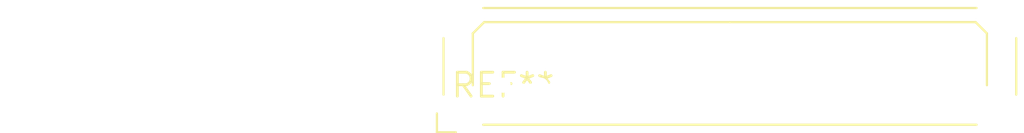
<source format=kicad_pcb>
(kicad_pcb (version 20240108) (generator pcbnew)
  (layers (0 "F.Cu" signal) (31 "B.Cu" signal) (34 "B.Paste" user) (35 "F.Paste" user) (36 "B.SilkS" user "B.Silkscreen") (37 "F.SilkS" user "F.Silkscreen") (38 "B.Mask" user) (39 "F.Mask" user) (44 "Edge.Cuts" user))
  (net 0 "")
  (footprint "Harwin_LTek-Male_2x13_P2.00mm_Vertical_StrainRelief" (layer "F.Cu") (at 0 0)
    (property "Reference" "REF**")
    (property "Value" "Harwin_LTek-Male_2x13_P2.00mm_Vertical_StrainRelief")
    (fp_line (start -3.5 1.5) (end -3.5 2.5) (layer "F.SilkS") (stroke (width 0.12)))
    (fp_line (start -3.5 2.5) (end -2.5 2.5) (layer "F.SilkS") (stroke (width 0.12)))
    (fp_line (start -3.15 -2.5) (end -3.15 0.5) (layer "F.SilkS") (stroke (width 0.12)))
    (fp_line (start -1.6 -2.75) (end -1 -3.35) (layer "F.SilkS") (stroke (width 0.12)))
    (fp_line (start -1.6 0) (end -1.6 -2.75) (layer "F.SilkS") (stroke (width 0.12)))
    (fp_line (start -1.05 -4.1) (end 25.05 -4.1) (layer "F.SilkS") (stroke (width 0.12)))
    (fp_line (start -1.05 2.1) (end 25.05 2.1) (layer "F.SilkS") (stroke (width 0.12)))
    (fp_line (start -1 -3.35) (end 12 -3.35) (layer "F.SilkS") (stroke (width 0.12)))
    (fp_line (start 25 -3.35) (end 12 -3.35) (layer "F.SilkS") (stroke (width 0.12)))
    (fp_line (start 25.6 -2.75) (end 25 -3.35) (layer "F.SilkS") (stroke (width 0.12)))
    (fp_line (start 25.6 0) (end 25.6 -2.75) (layer "F.SilkS") (stroke (width 0.12)))
    (fp_line (start 27.15 -2.5) (end 27.15 0.5) (layer "F.SilkS") (stroke (width 0.12)))
    (pad "" thru_hole circle (at -2.25 -3.375) (size 1.25 1.25) (drill 0.95) (layers *.Cu *.Mask) (remove_unused_layers))
    (pad "" thru_hole circle (at -2.25 1.375) (size 1.25 1.25) (drill 0.95) (layers *.Cu *.Mask) (remove_unused_layers))
    (pad "" thru_hole circle (at 26.25 -3.375) (size 1.25 1.25) (drill 0.95) (layers *.Cu *.Mask) (remove_unused_layers))
    (pad "" thru_hole circle (at 26.25 1.375) (size 1.25 1.25) (drill 0.95) (layers *.Cu *.Mask) (remove_unused_layers))
    (pad "1" thru_hole rect (at 0 0) (size 1.35 1.35) (drill 0.8) (layers *.Cu *.Mask) (remove_unused_layers))
    (pad "2" thru_hole circle (at 0 -2) (size 1.35 1.35) (drill 0.8) (layers *.Cu *.Mask) (remove_unused_layers))
    (pad "3" thru_hole circle (at 2 0) (size 1.35 1.35) (drill 0.8) (layers *.Cu *.Mask) (remove_unused_layers))
    (pad "4" thru_hole circle (at 2 -2) (size 1.35 1.35) (drill 0.8) (layers *.Cu *.Mask) (remove_unused_layers))
    (pad "5" thru_hole circle (at 4 0) (size 1.35 1.35) (drill 0.8) (layers *.Cu *.Mask) (remove_unused_layers))
    (pad "6" thru_hole circle (at 4 -2) (size 1.35 1.35) (drill 0.8) (layers *.Cu *.Mask) (remove_unused_layers))
    (pad "7" thru_hole circle (at 6 0) (size 1.35 1.35) (drill 0.8) (layers *.Cu *.Mask) (remove_unused_layers))
    (pad "8" thru_hole circle (at 6 -2) (size 1.35 1.35) (drill 0.8) (layers *.Cu *.Mask) (remove_unused_layers))
    (pad "9" thru_hole circle (at 8 0) (size 1.35 1.35) (drill 0.8) (layers *.Cu *.Mask) (remove_unused_layers))
    (pad "10" thru_hole circle (at 8 -2) (size 1.35 1.35) (drill 0.8) (layers *.Cu *.Mask) (remove_unused_layers))
    (pad "11" thru_hole circle (at 10 0) (size 1.35 1.35) (drill 0.8) (layers *.Cu *.Mask) (remove_unused_layers))
    (pad "12" thru_hole circle (at 10 -2) (size 1.35 1.35) (drill 0.8) (layers *.Cu *.Mask) (remove_unused_layers))
    (pad "13" thru_hole circle (at 12 0) (size 1.35 1.35) (drill 0.8) (layers *.Cu *.Mask) (remove_unused_layers))
    (pad "14" thru_hole circle (at 12 -2) (size 1.35 1.35) (drill 0.8) (layers *.Cu *.Mask) (remove_unused_layers))
    (pad "15" thru_hole circle (at 14 0) (size 1.35 1.35) (drill 0.8) (layers *.Cu *.Mask) (remove_unused_layers))
    (pad "16" thru_hole circle (at 14 -2) (size 1.35 1.35) (drill 0.8) (layers *.Cu *.Mask) (remove_unused_layers))
    (pad "17" thru_hole circle (at 16 0) (size 1.35 1.35) (drill 0.8) (layers *.Cu *.Mask) (remove_unused_layers))
    (pad "18" thru_hole circle (at 16 -2) (size 1.35 1.35) (drill 0.8) (layers *.Cu *.Mask) (remove_unused_layers))
    (pad "19" thru_hole circle (at 18 0) (size 1.35 1.35) (drill 0.8) (layers *.Cu *.Mask) (remove_unused_layers))
    (pad "20" thru_hole circle (at 18 -2) (size 1.35 1.35) (drill 0.8) (layers *.Cu *.Mask) (remove_unused_layers))
    (pad "21" thru_hole circle (at 20 0) (size 1.35 1.35) (drill 0.8) (layers *.Cu *.Mask) (remove_unused_layers))
    (pad "22" thru_hole circle (at 20 -2) (size 1.35 1.35) (drill 0.8) (layers *.Cu *.Mask) (remove_unused_layers))
    (pad "23" thru_hole circle (at 22 0) (size 1.35 1.35) (drill 0.8) (layers *.Cu *.Mask) (remove_unused_layers))
    (pad "24" thru_hole circle (at 22 -2) (size 1.35 1.35) (drill 0.8) (layers *.Cu *.Mask) (remove_unused_layers))
    (pad "25" thru_hole circle (at 24 0) (size 1.35 1.35) (drill 0.8) (layers *.Cu *.Mask) (remove_unused_layers))
    (pad "26" thru_hole circle (at 24 -2) (size 1.35 1.35) (drill 0.8) (layers *.Cu *.Mask) (remove_unused_layers))
  )
)
</source>
